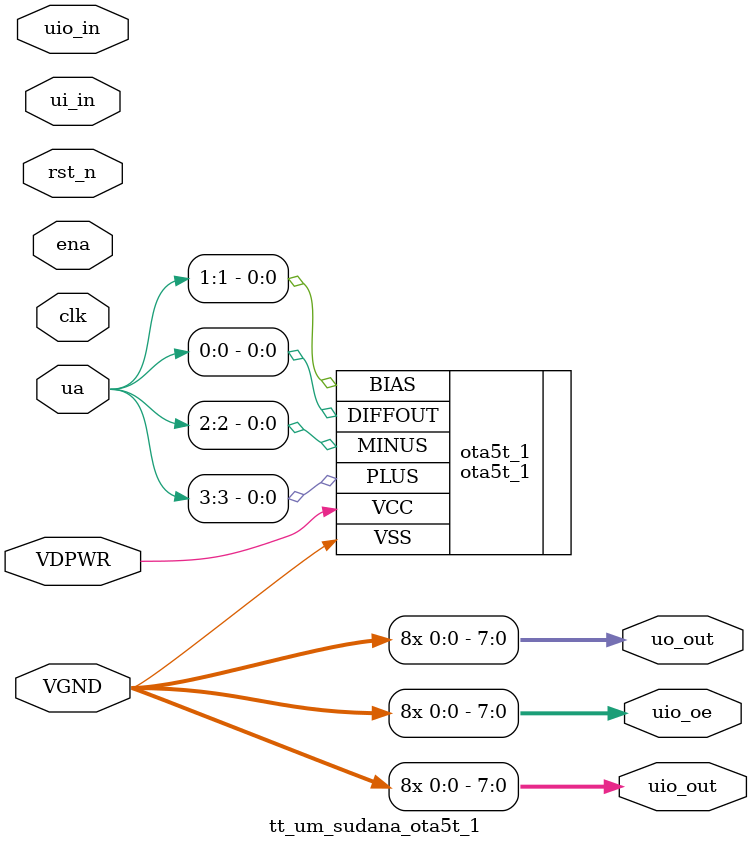
<source format=v>
/*
 * Copyright (c) 2024 Your Name
 * SPDX-License-Identifier: Apache-2.0
 */

`default_nettype none

module tt_um_sudana_ota5t_1 (
    input  wire       VGND,
    input  wire       VDPWR,    // 1.8v power supply
//    input  wire       VAPWR,    // 3.3v power supply
    input  wire [7:0] ui_in,    // Dedicated inputs
    output wire [7:0] uo_out,   // Dedicated outputs
    input  wire [7:0] uio_in,   // IOs: Input path
    output wire [7:0] uio_out,  // IOs: Output path
    output wire [7:0] uio_oe,   // IOs: Enable path (active high: 0=input, 1=output)
    inout  wire [7:0] ua,       // Analog pins, only ua[5:0] can be used
    input  wire       ena,      // always 1 when the design is powered, so you can ignore it
    input  wire       clk,      // clock
    input  wire       rst_n     // reset_n - low to reset
);

//Instantiate the design using the name of the cell

	ota5t_1 ota5t_1 (
         .VCC(VDPWR),
	 .VSS(VGND),
	 .PLUS(ua[3]),
	 .MINUS(ua[2]),
	 .DIFFOUT(ua[0]),
	 .BIAS(ua[1])
	);
//Tie all outputs low so that they aren't left floating 

	assign uo_out[0] = VGND;
	assign uo_out[1] = VGND;
	assign uo_out[2] = VGND;
	assign uo_out[3] = VGND;
	assign uo_out[4] = VGND;
	assign uo_out[5] = VGND;
	assign uo_out[6] = VGND;
	assign uo_out[7] = VGND;
	//assign uo_out[8] = VGND;

	assign uio_out[0] = VGND;
	assign uio_out[1] = VGND;
	assign uio_out[2] = VGND;
	assign uio_out[3] = VGND;
	assign uio_out[4] = VGND;
	assign uio_out[5] = VGND;
	assign uio_out[6] = VGND;
	assign uio_out[7] = VGND;
	//assign uio_out[8] = VGND;
		
	assign uio_oe[0] = VGND;
	assign uio_oe[1] = VGND;
	assign uio_oe[2] = VGND;
	assign uio_oe[3] = VGND;
	assign uio_oe[4] = VGND;
	assign uio_oe[5] = VGND;
	assign uio_oe[6] = VGND;
	assign uio_oe[7] = VGND;
	//assign uio_oe[8] = VGND;

endmodule

</source>
